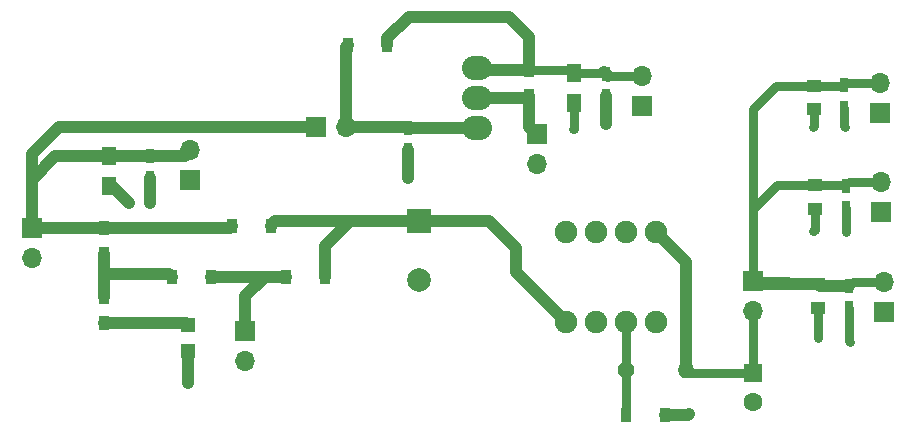
<source format=gbr>
G04 #@! TF.FileFunction,Copper,L1,Top,Signal*
%FSLAX46Y46*%
G04 Gerber Fmt 4.6, Leading zero omitted, Abs format (unit mm)*
G04 Created by KiCad (PCBNEW 4.0.5) date Thursday, March 09, 2017 'PMt' 04:23:05 PM*
%MOMM*%
%LPD*%
G01*
G04 APERTURE LIST*
%ADD10C,0.100000*%
%ADD11R,0.750000X1.200000*%
%ADD12R,2.000000X2.000000*%
%ADD13C,2.000000*%
%ADD14R,1.600000X1.600000*%
%ADD15C,1.600000*%
%ADD16R,1.200000X1.200000*%
%ADD17R,0.900000X1.200000*%
%ADD18R,1.700000X1.700000*%
%ADD19O,1.700000X1.700000*%
%ADD20C,1.400000*%
%ADD21O,1.400000X1.400000*%
%ADD22O,2.540000X2.032000*%
%ADD23C,1.905000*%
%ADD24R,1.250000X1.500000*%
%ADD25R,1.250000X1.000000*%
%ADD26C,0.600000*%
%ADD27C,0.635000*%
%ADD28C,1.016000*%
%ADD29C,0.762000*%
G04 APERTURE END LIST*
D10*
D11*
X140512800Y-83936800D03*
X140512800Y-85836800D03*
D12*
X141478000Y-91821000D03*
D13*
X141478000Y-96821000D03*
D14*
X169748200Y-104673400D03*
D15*
X169748200Y-107173400D03*
D16*
X121945400Y-100652400D03*
X121945400Y-102852400D03*
D17*
X123824000Y-96520000D03*
X120524000Y-96520000D03*
X128904000Y-92202000D03*
X125604000Y-92202000D03*
X133476000Y-96520000D03*
X130176000Y-96520000D03*
X135484600Y-76885800D03*
X138784600Y-76885800D03*
X159005000Y-108204000D03*
X162305000Y-108204000D03*
D18*
X169748200Y-96850200D03*
D19*
X169748200Y-99390200D03*
D18*
X108686600Y-92405200D03*
D19*
X108686600Y-94945200D03*
D18*
X122072400Y-88366600D03*
D19*
X122072400Y-85826600D03*
D18*
X126746000Y-101117400D03*
D19*
X126746000Y-103657400D03*
D18*
X151460200Y-84480400D03*
D19*
X151460200Y-87020400D03*
D18*
X160375600Y-82067400D03*
D19*
X160375600Y-79527400D03*
D18*
X180467000Y-82677000D03*
D19*
X180467000Y-80137000D03*
D18*
X180568600Y-91033600D03*
D19*
X180568600Y-88493600D03*
D18*
X180822600Y-99491800D03*
D19*
X180822600Y-96951800D03*
D18*
X132765800Y-83820000D03*
D19*
X135305800Y-83820000D03*
D20*
X159004000Y-104394000D03*
D21*
X164084000Y-104394000D03*
D17*
X114808000Y-92372000D03*
X114808000Y-94572000D03*
X114808000Y-98214000D03*
X114808000Y-100414000D03*
X150799800Y-79011600D03*
X150799800Y-81211600D03*
D22*
X146354800Y-81432400D03*
X146354800Y-78892400D03*
X146354800Y-83972400D03*
D23*
X161544000Y-92710000D03*
X159004000Y-92710000D03*
X156464000Y-92710000D03*
X153924000Y-92710000D03*
X153924000Y-100330000D03*
X156464000Y-100330000D03*
X159004000Y-100330000D03*
X161544000Y-100330000D03*
D24*
X115214400Y-86329200D03*
X115214400Y-88829200D03*
D11*
X118694200Y-86273600D03*
X118694200Y-88173600D03*
X157276800Y-79339400D03*
X157276800Y-81239400D03*
D25*
X175234600Y-97145600D03*
X175234600Y-99145600D03*
D11*
X177901600Y-97297200D03*
X177901600Y-99197200D03*
D25*
X174879000Y-80356200D03*
X174879000Y-82356200D03*
X174955200Y-88789000D03*
X174955200Y-90789000D03*
D11*
X177622200Y-88839000D03*
X177622200Y-90739000D03*
X177444400Y-80304600D03*
X177444400Y-82204600D03*
D24*
X154559000Y-79318800D03*
X154559000Y-81818800D03*
D26*
X154508200Y-84048600D03*
X177596800Y-92760800D03*
X174853600Y-92659200D03*
X177520600Y-83870800D03*
X174802800Y-83820000D03*
X177977800Y-102057200D03*
X175234600Y-101701600D03*
X157276800Y-83566000D03*
X118694200Y-90322400D03*
X116916200Y-90246200D03*
D27*
X164312600Y-108153200D03*
X140512800Y-88138000D03*
X121945400Y-105486200D03*
D28*
X135305800Y-83820000D02*
X135305800Y-77064600D01*
X135305800Y-77064600D02*
X135484600Y-76885800D01*
X140512800Y-83936800D02*
X146319200Y-83936800D01*
X146319200Y-83936800D02*
X146354800Y-83972400D01*
X135305800Y-83820000D02*
X140396000Y-83820000D01*
X140396000Y-83820000D02*
X140512800Y-83936800D01*
D29*
X154559000Y-81818800D02*
X154559000Y-83997800D01*
X154559000Y-83997800D02*
X154508200Y-84048600D01*
X177622200Y-90739000D02*
X177622200Y-92735400D01*
X177622200Y-92735400D02*
X177596800Y-92760800D01*
X174955200Y-90789000D02*
X174955200Y-92557600D01*
X174955200Y-92557600D02*
X174853600Y-92659200D01*
X177444400Y-82204600D02*
X177444400Y-83794600D01*
X177444400Y-83794600D02*
X177520600Y-83870800D01*
X174879000Y-82356200D02*
X174879000Y-83743800D01*
X174879000Y-83743800D02*
X174802800Y-83820000D01*
X177901600Y-99197200D02*
X177901600Y-101981000D01*
X177901600Y-101981000D02*
X177977800Y-102057200D01*
X175234600Y-99145600D02*
X175234600Y-101701600D01*
D28*
X157276800Y-81239400D02*
X157276800Y-83566000D01*
X118694200Y-88173600D02*
X118694200Y-90322400D01*
X115499200Y-88829200D02*
X116916200Y-90246200D01*
X115214400Y-88829200D02*
X115499200Y-88829200D01*
X162305000Y-108204000D02*
X164261800Y-108204000D01*
X164261800Y-108204000D02*
X164312600Y-108153200D01*
X140512800Y-85836800D02*
X140512800Y-88138000D01*
X121945400Y-102852400D02*
X121945400Y-105486200D01*
X141478000Y-91821000D02*
X147396200Y-91821000D01*
X149682200Y-96088200D02*
X153924000Y-100330000D01*
X149682200Y-94107000D02*
X149682200Y-96088200D01*
X147396200Y-91821000D02*
X149682200Y-94107000D01*
X133476000Y-96520000D02*
X133476000Y-93930200D01*
X133476000Y-93930200D02*
X135585200Y-91821000D01*
X141478000Y-91821000D02*
X135585200Y-91821000D01*
X135585200Y-91821000D02*
X129285000Y-91821000D01*
X129285000Y-91821000D02*
X128904000Y-92202000D01*
X164084000Y-104394000D02*
X164084000Y-95250000D01*
X164084000Y-95250000D02*
X161544000Y-92710000D01*
D29*
X169748200Y-104673400D02*
X169748200Y-99390200D01*
X169748200Y-104673400D02*
X164363400Y-104673400D01*
X164363400Y-104673400D02*
X164084000Y-104394000D01*
X154559000Y-79318800D02*
X157256200Y-79318800D01*
X157256200Y-79318800D02*
X157276800Y-79339400D01*
X150799800Y-79011600D02*
X154251800Y-79011600D01*
X154251800Y-79011600D02*
X154559000Y-79318800D01*
X160375600Y-79527400D02*
X157464800Y-79527400D01*
X157464800Y-79527400D02*
X157276800Y-79339400D01*
D28*
X157099000Y-79161600D02*
X157464800Y-79527400D01*
X150799800Y-79011600D02*
X150799800Y-76250800D01*
X140589000Y-74498200D02*
X147353200Y-74498200D01*
X140589000Y-74498200D02*
X138784600Y-76302600D01*
X149047200Y-74498200D02*
X147353200Y-74498200D01*
X150799800Y-76250800D02*
X149047200Y-74498200D01*
X150799800Y-79011600D02*
X146474000Y-79011600D01*
X146474000Y-79011600D02*
X146354800Y-78892400D01*
X138784600Y-76885800D02*
X138784600Y-76302600D01*
X114808000Y-100414000D02*
X121707000Y-100414000D01*
X121707000Y-100414000D02*
X121945400Y-100652400D01*
X126746000Y-101117400D02*
X126746000Y-98171000D01*
X126746000Y-98171000D02*
X128397000Y-96520000D01*
X123824000Y-96520000D02*
X128397000Y-96520000D01*
X128397000Y-96520000D02*
X130176000Y-96520000D01*
X114808000Y-96316800D02*
X120320800Y-96316800D01*
X120320800Y-96316800D02*
X120524000Y-96520000D01*
X114808000Y-94572000D02*
X114808000Y-96316800D01*
X114808000Y-96316800D02*
X114808000Y-98214000D01*
D29*
X159005000Y-108204000D02*
X159005000Y-104395000D01*
X159005000Y-104395000D02*
X159004000Y-104394000D01*
X159004000Y-104394000D02*
X159004000Y-100330000D01*
D28*
X150799800Y-81211600D02*
X150799800Y-83870800D01*
X150799800Y-83870800D02*
X151384000Y-84455000D01*
X146354800Y-81432400D02*
X150579000Y-81432400D01*
X150579000Y-81432400D02*
X150799800Y-81211600D01*
X108686600Y-88366600D02*
X108686600Y-86106000D01*
X128143000Y-83820000D02*
X132765800Y-83820000D01*
X110972600Y-83820000D02*
X128143000Y-83820000D01*
X108686600Y-86106000D02*
X110972600Y-83820000D01*
X118694200Y-86273600D02*
X121625400Y-86273600D01*
X121625400Y-86273600D02*
X122072400Y-85826600D01*
X115214400Y-86329200D02*
X118638600Y-86329200D01*
X118638600Y-86329200D02*
X118694200Y-86273600D01*
X108686600Y-92405200D02*
X108686600Y-88366600D01*
X108686600Y-88366600D02*
X108686600Y-88315800D01*
X110673200Y-86329200D02*
X115214400Y-86329200D01*
X108686600Y-88315800D02*
X110673200Y-86329200D01*
X114808000Y-92372000D02*
X125434000Y-92372000D01*
X125434000Y-92372000D02*
X125604000Y-92202000D01*
X108686600Y-92405200D02*
X114774800Y-92405200D01*
X114774800Y-92405200D02*
X114808000Y-92372000D01*
D29*
X180822600Y-96951800D02*
X178247000Y-96951800D01*
X178247000Y-96951800D02*
X177901600Y-97297200D01*
X174879000Y-80356200D02*
X177392800Y-80356200D01*
X177392800Y-80356200D02*
X177612000Y-80137000D01*
X177612000Y-80137000D02*
X180467000Y-80137000D01*
X169748200Y-82778600D02*
X169748200Y-82296000D01*
X171688000Y-80356200D02*
X174879000Y-80356200D01*
X169748200Y-82296000D02*
X171688000Y-80356200D01*
X174955200Y-88789000D02*
X171789600Y-88789000D01*
X171789600Y-88789000D02*
X169748200Y-90830400D01*
X174955200Y-88789000D02*
X177572200Y-88789000D01*
X177572200Y-88789000D02*
X177867600Y-88493600D01*
X177867600Y-88493600D02*
X180568600Y-88493600D01*
D28*
X177901600Y-97297200D02*
X175386200Y-97297200D01*
X175386200Y-97297200D02*
X175234600Y-97145600D01*
X175234600Y-97145600D02*
X170043600Y-97145600D01*
X170043600Y-97145600D02*
X169748200Y-96850200D01*
D29*
X172669200Y-96850200D02*
X169748200Y-96850200D01*
X169748200Y-96850200D02*
X169748200Y-91897200D01*
X169748200Y-91897200D02*
X169748200Y-90830400D01*
X169748200Y-90830400D02*
X169748200Y-82778600D01*
X169748200Y-82778600D02*
X169748200Y-82524600D01*
M02*

</source>
